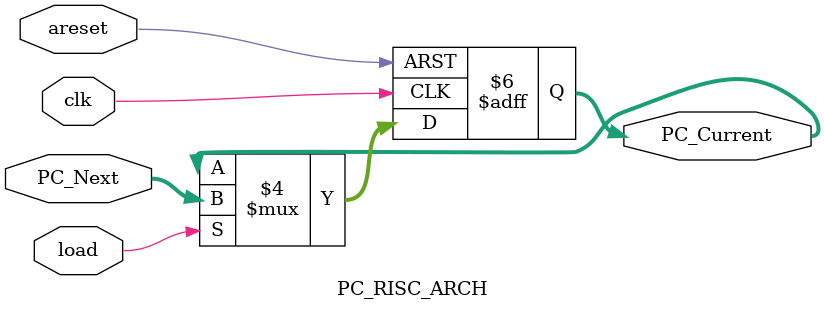
<source format=v>

module PC_RISC_ARCH(
input [31:0]PC_Next,
input clk ,
input areset ,
input load ,
output reg [31:0]PC_Current);


always @(posedge clk or negedge areset)
begin 
if (~areset)
      PC_Current <= 0;
else
begin
       if(load)
       PC_Current <= PC_Next;
	   else 
	  PC_Current <= PC_Current;

end	   
end

endmodule 
</source>
